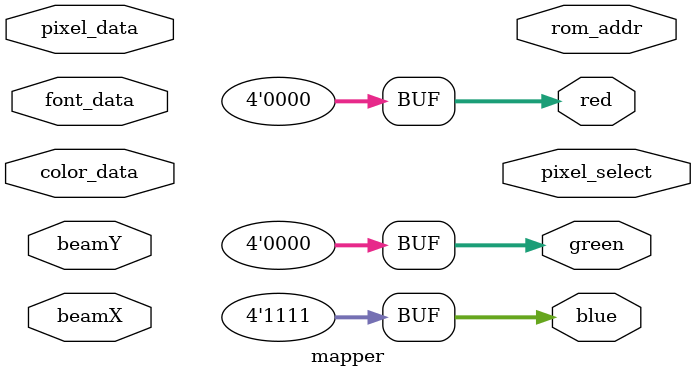
<source format=sv>
module mapper (
    input [9:0] beamX,
    input [9:0] beamY,
    input [7:0] font_data,
    input [31:0] pixel_data,
    input [31:0] color_data,
    
    output [10:0] rom_addr,
    output [11:0] pixel_select,
    
    output [3:0] red,
    output [3:0] green,
    output [3:0] blue
);


assign red = 4'b0000;
assign green = 4'b0000;
assign blue = 4'b1111;

endmodule


</source>
